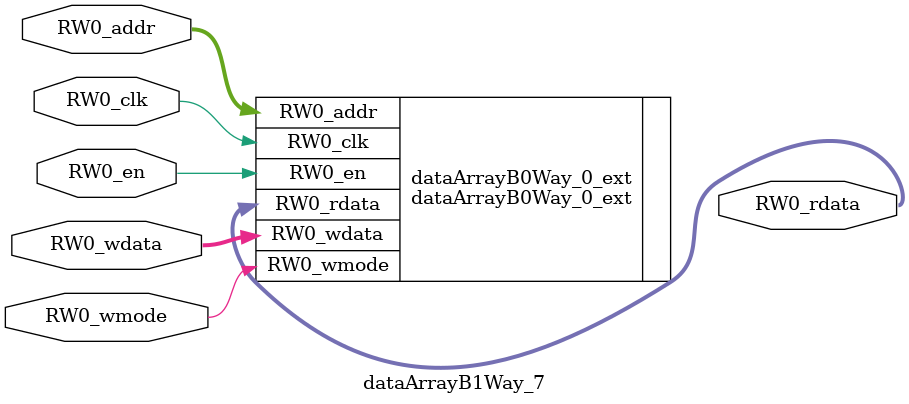
<source format=sv>
module dataArrayB1Way_7(	// @[generators/rocket-chip/src/main/scala/util/DescribedSRAM.scala:17:26]
  input  [7:0]  RW0_addr,
  input         RW0_en,
  input         RW0_clk,
  input         RW0_wmode,
  input  [63:0] RW0_wdata,
  output [63:0] RW0_rdata
);

  dataArrayB0Way_0_ext dataArrayB0Way_0_ext (	// @[generators/rocket-chip/src/main/scala/util/DescribedSRAM.scala:17:26]
    .RW0_addr  (RW0_addr),
    .RW0_en    (RW0_en),
    .RW0_clk   (RW0_clk),
    .RW0_wmode (RW0_wmode),
    .RW0_wdata (RW0_wdata),
    .RW0_rdata (RW0_rdata)
  );	// @[generators/rocket-chip/src/main/scala/util/DescribedSRAM.scala:17:26]
endmodule


</source>
